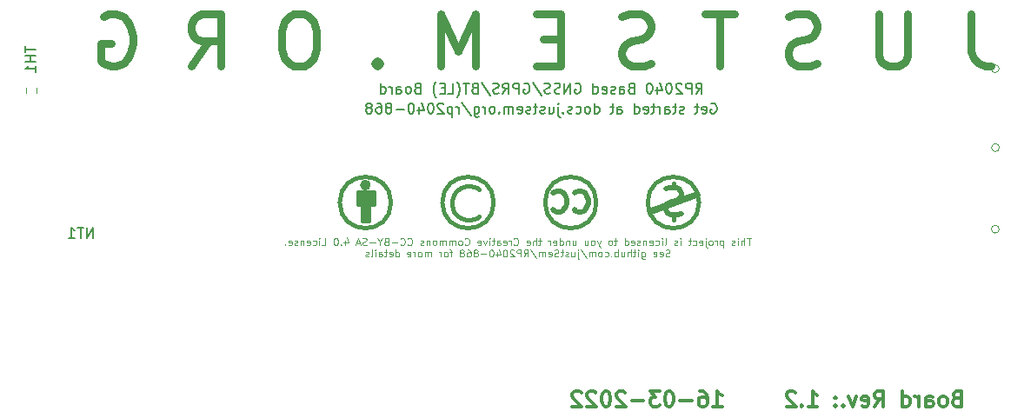
<source format=gbr>
%TF.GenerationSoftware,KiCad,Pcbnew,(6.0.2-0)*%
%TF.CreationDate,2022-03-16T22:47:49+01:00*%
%TF.ProjectId,RP2040GPSTracker,52503230-3430-4475-9053-547261636b65,rev?*%
%TF.SameCoordinates,PX4416780PY363af58*%
%TF.FileFunction,Legend,Bot*%
%TF.FilePolarity,Positive*%
%FSLAX46Y46*%
G04 Gerber Fmt 4.6, Leading zero omitted, Abs format (unit mm)*
G04 Created by KiCad (PCBNEW (6.0.2-0)) date 2022-03-16 22:47:49*
%MOMM*%
%LPD*%
G01*
G04 APERTURE LIST*
%ADD10C,0.800000*%
%ADD11C,0.150000*%
%ADD12C,0.100000*%
%ADD13C,0.300000*%
%ADD14C,0.500000*%
%ADD15C,0.400000*%
%ADD16C,0.120000*%
%ADD17C,0.384000*%
%ADD18C,0.381000*%
G04 APERTURE END LIST*
D10*
X92762619Y39413096D02*
X92762619Y35841667D01*
X93000714Y35127381D01*
X93476904Y34651191D01*
X94191190Y34413096D01*
X94667380Y34413096D01*
X86572142Y39413096D02*
X86572142Y35365477D01*
X86334047Y34889286D01*
X86095952Y34651191D01*
X85619761Y34413096D01*
X84667380Y34413096D01*
X84191190Y34651191D01*
X83953095Y34889286D01*
X83715000Y35365477D01*
X83715000Y39413096D01*
X77762619Y34651191D02*
X77048333Y34413096D01*
X75857857Y34413096D01*
X75381666Y34651191D01*
X75143571Y34889286D01*
X74905476Y35365477D01*
X74905476Y35841667D01*
X75143571Y36317858D01*
X75381666Y36555953D01*
X75857857Y36794048D01*
X76810238Y37032143D01*
X77286428Y37270239D01*
X77524523Y37508334D01*
X77762619Y37984524D01*
X77762619Y38460715D01*
X77524523Y38936905D01*
X77286428Y39175000D01*
X76810238Y39413096D01*
X75619761Y39413096D01*
X74905476Y39175000D01*
X69667380Y39413096D02*
X66810238Y39413096D01*
X68238809Y34413096D02*
X68238809Y39413096D01*
X61572142Y34651191D02*
X60857857Y34413096D01*
X59667380Y34413096D01*
X59191190Y34651191D01*
X58953095Y34889286D01*
X58715000Y35365477D01*
X58715000Y35841667D01*
X58953095Y36317858D01*
X59191190Y36555953D01*
X59667380Y36794048D01*
X60619761Y37032143D01*
X61095952Y37270239D01*
X61334047Y37508334D01*
X61572142Y37984524D01*
X61572142Y38460715D01*
X61334047Y38936905D01*
X61095952Y39175000D01*
X60619761Y39413096D01*
X59429285Y39413096D01*
X58715000Y39175000D01*
X52762619Y37032143D02*
X51095952Y37032143D01*
X50381666Y34413096D02*
X52762619Y34413096D01*
X52762619Y39413096D01*
X50381666Y39413096D01*
X44429285Y34413096D02*
X44429285Y39413096D01*
X42762619Y35841667D01*
X41095952Y39413096D01*
X41095952Y34413096D01*
X34905476Y34889286D02*
X34667380Y34651191D01*
X34905476Y34413096D01*
X35143571Y34651191D01*
X34905476Y34889286D01*
X34905476Y34413096D01*
X27762619Y39413096D02*
X26810238Y39413096D01*
X26334047Y39175000D01*
X25857857Y38698810D01*
X25619761Y37746429D01*
X25619761Y36079762D01*
X25857857Y35127381D01*
X26334047Y34651191D01*
X26810238Y34413096D01*
X27762619Y34413096D01*
X28238809Y34651191D01*
X28715000Y35127381D01*
X28953095Y36079762D01*
X28953095Y37746429D01*
X28715000Y38698810D01*
X28238809Y39175000D01*
X27762619Y39413096D01*
X16810238Y34413096D02*
X18476904Y36794048D01*
X19667380Y34413096D02*
X19667380Y39413096D01*
X17762619Y39413096D01*
X17286428Y39175000D01*
X17048333Y38936905D01*
X16810238Y38460715D01*
X16810238Y37746429D01*
X17048333Y37270239D01*
X17286428Y37032143D01*
X17762619Y36794048D01*
X19667380Y36794048D01*
X8238809Y39175000D02*
X8715000Y39413096D01*
X9429285Y39413096D01*
X10143571Y39175000D01*
X10619761Y38698810D01*
X10857857Y38222620D01*
X11095952Y37270239D01*
X11095952Y36555953D01*
X10857857Y35603572D01*
X10619761Y35127381D01*
X10143571Y34651191D01*
X9429285Y34413096D01*
X8953095Y34413096D01*
X8238809Y34651191D01*
X8000714Y34889286D01*
X8000714Y36555953D01*
X8953095Y36555953D01*
D11*
X67390000Y30700000D02*
X67485238Y30747620D01*
X67628095Y30747620D01*
X67770952Y30700000D01*
X67866190Y30604762D01*
X67913809Y30509524D01*
X67961428Y30319048D01*
X67961428Y30176191D01*
X67913809Y29985715D01*
X67866190Y29890477D01*
X67770952Y29795239D01*
X67628095Y29747620D01*
X67532857Y29747620D01*
X67390000Y29795239D01*
X67342380Y29842858D01*
X67342380Y30176191D01*
X67532857Y30176191D01*
X66532857Y29795239D02*
X66628095Y29747620D01*
X66818571Y29747620D01*
X66913809Y29795239D01*
X66961428Y29890477D01*
X66961428Y30271429D01*
X66913809Y30366667D01*
X66818571Y30414286D01*
X66628095Y30414286D01*
X66532857Y30366667D01*
X66485238Y30271429D01*
X66485238Y30176191D01*
X66961428Y30080953D01*
X66199523Y30414286D02*
X65818571Y30414286D01*
X66056666Y30747620D02*
X66056666Y29890477D01*
X66009047Y29795239D01*
X65913809Y29747620D01*
X65818571Y29747620D01*
X64770952Y29795239D02*
X64675714Y29747620D01*
X64485238Y29747620D01*
X64390000Y29795239D01*
X64342380Y29890477D01*
X64342380Y29938096D01*
X64390000Y30033334D01*
X64485238Y30080953D01*
X64628095Y30080953D01*
X64723333Y30128572D01*
X64770952Y30223810D01*
X64770952Y30271429D01*
X64723333Y30366667D01*
X64628095Y30414286D01*
X64485238Y30414286D01*
X64390000Y30366667D01*
X64056666Y30414286D02*
X63675714Y30414286D01*
X63913809Y30747620D02*
X63913809Y29890477D01*
X63866190Y29795239D01*
X63770952Y29747620D01*
X63675714Y29747620D01*
X62913809Y29747620D02*
X62913809Y30271429D01*
X62961428Y30366667D01*
X63056666Y30414286D01*
X63247142Y30414286D01*
X63342380Y30366667D01*
X62913809Y29795239D02*
X63009047Y29747620D01*
X63247142Y29747620D01*
X63342380Y29795239D01*
X63390000Y29890477D01*
X63390000Y29985715D01*
X63342380Y30080953D01*
X63247142Y30128572D01*
X63009047Y30128572D01*
X62913809Y30176191D01*
X62437619Y29747620D02*
X62437619Y30414286D01*
X62437619Y30223810D02*
X62390000Y30319048D01*
X62342380Y30366667D01*
X62247142Y30414286D01*
X62151904Y30414286D01*
X61961428Y30414286D02*
X61580476Y30414286D01*
X61818571Y30747620D02*
X61818571Y29890477D01*
X61770952Y29795239D01*
X61675714Y29747620D01*
X61580476Y29747620D01*
X60866190Y29795239D02*
X60961428Y29747620D01*
X61151904Y29747620D01*
X61247142Y29795239D01*
X61294761Y29890477D01*
X61294761Y30271429D01*
X61247142Y30366667D01*
X61151904Y30414286D01*
X60961428Y30414286D01*
X60866190Y30366667D01*
X60818571Y30271429D01*
X60818571Y30176191D01*
X61294761Y30080953D01*
X59961428Y29747620D02*
X59961428Y30747620D01*
X59961428Y29795239D02*
X60056666Y29747620D01*
X60247142Y29747620D01*
X60342380Y29795239D01*
X60390000Y29842858D01*
X60437619Y29938096D01*
X60437619Y30223810D01*
X60390000Y30319048D01*
X60342380Y30366667D01*
X60247142Y30414286D01*
X60056666Y30414286D01*
X59961428Y30366667D01*
X58294761Y29747620D02*
X58294761Y30271429D01*
X58342380Y30366667D01*
X58437619Y30414286D01*
X58628095Y30414286D01*
X58723333Y30366667D01*
X58294761Y29795239D02*
X58390000Y29747620D01*
X58628095Y29747620D01*
X58723333Y29795239D01*
X58770952Y29890477D01*
X58770952Y29985715D01*
X58723333Y30080953D01*
X58628095Y30128572D01*
X58390000Y30128572D01*
X58294761Y30176191D01*
X57961428Y30414286D02*
X57580476Y30414286D01*
X57818571Y30747620D02*
X57818571Y29890477D01*
X57770952Y29795239D01*
X57675714Y29747620D01*
X57580476Y29747620D01*
X56056666Y29747620D02*
X56056666Y30747620D01*
X56056666Y29795239D02*
X56151904Y29747620D01*
X56342380Y29747620D01*
X56437619Y29795239D01*
X56485238Y29842858D01*
X56532857Y29938096D01*
X56532857Y30223810D01*
X56485238Y30319048D01*
X56437619Y30366667D01*
X56342380Y30414286D01*
X56151904Y30414286D01*
X56056666Y30366667D01*
X55437619Y29747620D02*
X55532857Y29795239D01*
X55580476Y29842858D01*
X55628095Y29938096D01*
X55628095Y30223810D01*
X55580476Y30319048D01*
X55532857Y30366667D01*
X55437619Y30414286D01*
X55294761Y30414286D01*
X55199523Y30366667D01*
X55151904Y30319048D01*
X55104285Y30223810D01*
X55104285Y29938096D01*
X55151904Y29842858D01*
X55199523Y29795239D01*
X55294761Y29747620D01*
X55437619Y29747620D01*
X54247142Y29795239D02*
X54342380Y29747620D01*
X54532857Y29747620D01*
X54628095Y29795239D01*
X54675714Y29842858D01*
X54723333Y29938096D01*
X54723333Y30223810D01*
X54675714Y30319048D01*
X54628095Y30366667D01*
X54532857Y30414286D01*
X54342380Y30414286D01*
X54247142Y30366667D01*
X53866190Y29795239D02*
X53770952Y29747620D01*
X53580476Y29747620D01*
X53485238Y29795239D01*
X53437619Y29890477D01*
X53437619Y29938096D01*
X53485238Y30033334D01*
X53580476Y30080953D01*
X53723333Y30080953D01*
X53818571Y30128572D01*
X53866190Y30223810D01*
X53866190Y30271429D01*
X53818571Y30366667D01*
X53723333Y30414286D01*
X53580476Y30414286D01*
X53485238Y30366667D01*
X53009047Y29842858D02*
X52961428Y29795239D01*
X53009047Y29747620D01*
X53056666Y29795239D01*
X53009047Y29842858D01*
X53009047Y29747620D01*
X52532857Y30414286D02*
X52532857Y29557143D01*
X52580476Y29461905D01*
X52675714Y29414286D01*
X52723333Y29414286D01*
X52532857Y30747620D02*
X52580476Y30700000D01*
X52532857Y30652381D01*
X52485238Y30700000D01*
X52532857Y30747620D01*
X52532857Y30652381D01*
X51628095Y30414286D02*
X51628095Y29747620D01*
X52056666Y30414286D02*
X52056666Y29890477D01*
X52009047Y29795239D01*
X51913809Y29747620D01*
X51770952Y29747620D01*
X51675714Y29795239D01*
X51628095Y29842858D01*
X51199523Y29795239D02*
X51104285Y29747620D01*
X50913809Y29747620D01*
X50818571Y29795239D01*
X50770952Y29890477D01*
X50770952Y29938096D01*
X50818571Y30033334D01*
X50913809Y30080953D01*
X51056666Y30080953D01*
X51151904Y30128572D01*
X51199523Y30223810D01*
X51199523Y30271429D01*
X51151904Y30366667D01*
X51056666Y30414286D01*
X50913809Y30414286D01*
X50818571Y30366667D01*
X50485238Y30414286D02*
X50104285Y30414286D01*
X50342380Y30747620D02*
X50342380Y29890477D01*
X50294761Y29795239D01*
X50199523Y29747620D01*
X50104285Y29747620D01*
X49818571Y29795239D02*
X49723333Y29747620D01*
X49532857Y29747620D01*
X49437619Y29795239D01*
X49390000Y29890477D01*
X49390000Y29938096D01*
X49437619Y30033334D01*
X49532857Y30080953D01*
X49675714Y30080953D01*
X49770952Y30128572D01*
X49818571Y30223810D01*
X49818571Y30271429D01*
X49770952Y30366667D01*
X49675714Y30414286D01*
X49532857Y30414286D01*
X49437619Y30366667D01*
X48580476Y29795239D02*
X48675714Y29747620D01*
X48866190Y29747620D01*
X48961428Y29795239D01*
X49009047Y29890477D01*
X49009047Y30271429D01*
X48961428Y30366667D01*
X48866190Y30414286D01*
X48675714Y30414286D01*
X48580476Y30366667D01*
X48532857Y30271429D01*
X48532857Y30176191D01*
X49009047Y30080953D01*
X48104285Y29747620D02*
X48104285Y30414286D01*
X48104285Y30319048D02*
X48056666Y30366667D01*
X47961428Y30414286D01*
X47818571Y30414286D01*
X47723333Y30366667D01*
X47675714Y30271429D01*
X47675714Y29747620D01*
X47675714Y30271429D02*
X47628095Y30366667D01*
X47532857Y30414286D01*
X47390000Y30414286D01*
X47294761Y30366667D01*
X47247142Y30271429D01*
X47247142Y29747620D01*
X46770952Y29842858D02*
X46723333Y29795239D01*
X46770952Y29747620D01*
X46818571Y29795239D01*
X46770952Y29842858D01*
X46770952Y29747620D01*
X46151904Y29747620D02*
X46247142Y29795239D01*
X46294761Y29842858D01*
X46342380Y29938096D01*
X46342380Y30223810D01*
X46294761Y30319048D01*
X46247142Y30366667D01*
X46151904Y30414286D01*
X46009047Y30414286D01*
X45913809Y30366667D01*
X45866190Y30319048D01*
X45818571Y30223810D01*
X45818571Y29938096D01*
X45866190Y29842858D01*
X45913809Y29795239D01*
X46009047Y29747620D01*
X46151904Y29747620D01*
X45390000Y29747620D02*
X45390000Y30414286D01*
X45390000Y30223810D02*
X45342380Y30319048D01*
X45294761Y30366667D01*
X45199523Y30414286D01*
X45104285Y30414286D01*
X44342380Y30414286D02*
X44342380Y29604762D01*
X44390000Y29509524D01*
X44437619Y29461905D01*
X44532857Y29414286D01*
X44675714Y29414286D01*
X44770952Y29461905D01*
X44342380Y29795239D02*
X44437619Y29747620D01*
X44628095Y29747620D01*
X44723333Y29795239D01*
X44770952Y29842858D01*
X44818571Y29938096D01*
X44818571Y30223810D01*
X44770952Y30319048D01*
X44723333Y30366667D01*
X44628095Y30414286D01*
X44437619Y30414286D01*
X44342380Y30366667D01*
X43151904Y30795239D02*
X44009047Y29509524D01*
X42818571Y29747620D02*
X42818571Y30414286D01*
X42818571Y30223810D02*
X42770952Y30319048D01*
X42723333Y30366667D01*
X42628095Y30414286D01*
X42532857Y30414286D01*
X42199523Y30414286D02*
X42199523Y29414286D01*
X42199523Y30366667D02*
X42104285Y30414286D01*
X41913809Y30414286D01*
X41818571Y30366667D01*
X41770952Y30319048D01*
X41723333Y30223810D01*
X41723333Y29938096D01*
X41770952Y29842858D01*
X41818571Y29795239D01*
X41913809Y29747620D01*
X42104285Y29747620D01*
X42199523Y29795239D01*
X41342380Y30652381D02*
X41294761Y30700000D01*
X41199523Y30747620D01*
X40961428Y30747620D01*
X40866190Y30700000D01*
X40818571Y30652381D01*
X40770952Y30557143D01*
X40770952Y30461905D01*
X40818571Y30319048D01*
X41390000Y29747620D01*
X40770952Y29747620D01*
X40151904Y30747620D02*
X40056666Y30747620D01*
X39961428Y30700000D01*
X39913809Y30652381D01*
X39866190Y30557143D01*
X39818571Y30366667D01*
X39818571Y30128572D01*
X39866190Y29938096D01*
X39913809Y29842858D01*
X39961428Y29795239D01*
X40056666Y29747620D01*
X40151904Y29747620D01*
X40247142Y29795239D01*
X40294761Y29842858D01*
X40342380Y29938096D01*
X40390000Y30128572D01*
X40390000Y30366667D01*
X40342380Y30557143D01*
X40294761Y30652381D01*
X40247142Y30700000D01*
X40151904Y30747620D01*
X38961428Y30414286D02*
X38961428Y29747620D01*
X39199523Y30795239D02*
X39437619Y30080953D01*
X38818571Y30080953D01*
X38247142Y30747620D02*
X38151904Y30747620D01*
X38056666Y30700000D01*
X38009047Y30652381D01*
X37961428Y30557143D01*
X37913809Y30366667D01*
X37913809Y30128572D01*
X37961428Y29938096D01*
X38009047Y29842858D01*
X38056666Y29795239D01*
X38151904Y29747620D01*
X38247142Y29747620D01*
X38342380Y29795239D01*
X38390000Y29842858D01*
X38437619Y29938096D01*
X38485238Y30128572D01*
X38485238Y30366667D01*
X38437619Y30557143D01*
X38390000Y30652381D01*
X38342380Y30700000D01*
X38247142Y30747620D01*
X37485238Y30128572D02*
X36723333Y30128572D01*
X36104285Y30319048D02*
X36199523Y30366667D01*
X36247142Y30414286D01*
X36294761Y30509524D01*
X36294761Y30557143D01*
X36247142Y30652381D01*
X36199523Y30700000D01*
X36104285Y30747620D01*
X35913809Y30747620D01*
X35818571Y30700000D01*
X35770952Y30652381D01*
X35723333Y30557143D01*
X35723333Y30509524D01*
X35770952Y30414286D01*
X35818571Y30366667D01*
X35913809Y30319048D01*
X36104285Y30319048D01*
X36199523Y30271429D01*
X36247142Y30223810D01*
X36294761Y30128572D01*
X36294761Y29938096D01*
X36247142Y29842858D01*
X36199523Y29795239D01*
X36104285Y29747620D01*
X35913809Y29747620D01*
X35818571Y29795239D01*
X35770952Y29842858D01*
X35723333Y29938096D01*
X35723333Y30128572D01*
X35770952Y30223810D01*
X35818571Y30271429D01*
X35913809Y30319048D01*
X34866190Y30747620D02*
X35056666Y30747620D01*
X35151904Y30700000D01*
X35199523Y30652381D01*
X35294761Y30509524D01*
X35342380Y30319048D01*
X35342380Y29938096D01*
X35294761Y29842858D01*
X35247142Y29795239D01*
X35151904Y29747620D01*
X34961428Y29747620D01*
X34866190Y29795239D01*
X34818571Y29842858D01*
X34770952Y29938096D01*
X34770952Y30176191D01*
X34818571Y30271429D01*
X34866190Y30319048D01*
X34961428Y30366667D01*
X35151904Y30366667D01*
X35247142Y30319048D01*
X35294761Y30271429D01*
X35342380Y30176191D01*
X34199523Y30319048D02*
X34294761Y30366667D01*
X34342380Y30414286D01*
X34390000Y30509524D01*
X34390000Y30557143D01*
X34342380Y30652381D01*
X34294761Y30700000D01*
X34199523Y30747620D01*
X34009047Y30747620D01*
X33913809Y30700000D01*
X33866190Y30652381D01*
X33818571Y30557143D01*
X33818571Y30509524D01*
X33866190Y30414286D01*
X33913809Y30366667D01*
X34009047Y30319048D01*
X34199523Y30319048D01*
X34294761Y30271429D01*
X34342380Y30223810D01*
X34390000Y30128572D01*
X34390000Y29938096D01*
X34342380Y29842858D01*
X34294761Y29795239D01*
X34199523Y29747620D01*
X34009047Y29747620D01*
X33913809Y29795239D01*
X33866190Y29842858D01*
X33818571Y29938096D01*
X33818571Y30128572D01*
X33866190Y30223810D01*
X33913809Y30271429D01*
X34009047Y30319048D01*
D12*
X71298333Y17621834D02*
X70898333Y17621834D01*
X71098333Y16921834D02*
X71098333Y17621834D01*
X70665000Y16921834D02*
X70665000Y17621834D01*
X70365000Y16921834D02*
X70365000Y17288500D01*
X70398333Y17355167D01*
X70465000Y17388500D01*
X70565000Y17388500D01*
X70631666Y17355167D01*
X70665000Y17321834D01*
X70031666Y16921834D02*
X70031666Y17388500D01*
X70031666Y17621834D02*
X70064999Y17588500D01*
X70031666Y17555167D01*
X69998333Y17588500D01*
X70031666Y17621834D01*
X70031666Y17555167D01*
X69731666Y16955167D02*
X69664999Y16921834D01*
X69531666Y16921834D01*
X69464999Y16955167D01*
X69431666Y17021834D01*
X69431666Y17055167D01*
X69464999Y17121834D01*
X69531666Y17155167D01*
X69631666Y17155167D01*
X69698333Y17188500D01*
X69731666Y17255167D01*
X69731666Y17288500D01*
X69698333Y17355167D01*
X69631666Y17388500D01*
X69531666Y17388500D01*
X69464999Y17355167D01*
X68598333Y17388500D02*
X68598333Y16688500D01*
X68598333Y17355167D02*
X68531666Y17388500D01*
X68398333Y17388500D01*
X68331666Y17355167D01*
X68298333Y17321834D01*
X68264999Y17255167D01*
X68264999Y17055167D01*
X68298333Y16988500D01*
X68331666Y16955167D01*
X68398333Y16921834D01*
X68531666Y16921834D01*
X68598333Y16955167D01*
X67964999Y16921834D02*
X67964999Y17388500D01*
X67964999Y17255167D02*
X67931666Y17321834D01*
X67898333Y17355167D01*
X67831666Y17388500D01*
X67764999Y17388500D01*
X67431666Y16921834D02*
X67498333Y16955167D01*
X67531666Y16988500D01*
X67564999Y17055167D01*
X67564999Y17255167D01*
X67531666Y17321834D01*
X67498333Y17355167D01*
X67431666Y17388500D01*
X67331666Y17388500D01*
X67264999Y17355167D01*
X67231666Y17321834D01*
X67198333Y17255167D01*
X67198333Y17055167D01*
X67231666Y16988500D01*
X67264999Y16955167D01*
X67331666Y16921834D01*
X67431666Y16921834D01*
X66898333Y17388500D02*
X66898333Y16788500D01*
X66931666Y16721834D01*
X66998333Y16688500D01*
X67031666Y16688500D01*
X66898333Y17621834D02*
X66931666Y17588500D01*
X66898333Y17555167D01*
X66864999Y17588500D01*
X66898333Y17621834D01*
X66898333Y17555167D01*
X66298333Y16955167D02*
X66364999Y16921834D01*
X66498333Y16921834D01*
X66564999Y16955167D01*
X66598333Y17021834D01*
X66598333Y17288500D01*
X66564999Y17355167D01*
X66498333Y17388500D01*
X66364999Y17388500D01*
X66298333Y17355167D01*
X66264999Y17288500D01*
X66264999Y17221834D01*
X66598333Y17155167D01*
X65664999Y16955167D02*
X65731666Y16921834D01*
X65864999Y16921834D01*
X65931666Y16955167D01*
X65964999Y16988500D01*
X65998333Y17055167D01*
X65998333Y17255167D01*
X65964999Y17321834D01*
X65931666Y17355167D01*
X65864999Y17388500D01*
X65731666Y17388500D01*
X65664999Y17355167D01*
X65464999Y17388500D02*
X65198333Y17388500D01*
X65364999Y17621834D02*
X65364999Y17021834D01*
X65331666Y16955167D01*
X65264999Y16921834D01*
X65198333Y16921834D01*
X64431666Y16921834D02*
X64431666Y17388500D01*
X64431666Y17621834D02*
X64464999Y17588500D01*
X64431666Y17555167D01*
X64398333Y17588500D01*
X64431666Y17621834D01*
X64431666Y17555167D01*
X64131666Y16955167D02*
X64064999Y16921834D01*
X63931666Y16921834D01*
X63864999Y16955167D01*
X63831666Y17021834D01*
X63831666Y17055167D01*
X63864999Y17121834D01*
X63931666Y17155167D01*
X64031666Y17155167D01*
X64098333Y17188500D01*
X64131666Y17255167D01*
X64131666Y17288500D01*
X64098333Y17355167D01*
X64031666Y17388500D01*
X63931666Y17388500D01*
X63864999Y17355167D01*
X62898333Y16921834D02*
X62964999Y16955167D01*
X62998333Y17021834D01*
X62998333Y17621834D01*
X62631666Y16921834D02*
X62631666Y17388500D01*
X62631666Y17621834D02*
X62664999Y17588500D01*
X62631666Y17555167D01*
X62598333Y17588500D01*
X62631666Y17621834D01*
X62631666Y17555167D01*
X61998333Y16955167D02*
X62064999Y16921834D01*
X62198333Y16921834D01*
X62264999Y16955167D01*
X62298333Y16988500D01*
X62331666Y17055167D01*
X62331666Y17255167D01*
X62298333Y17321834D01*
X62264999Y17355167D01*
X62198333Y17388500D01*
X62064999Y17388500D01*
X61998333Y17355167D01*
X61431666Y16955167D02*
X61498333Y16921834D01*
X61631666Y16921834D01*
X61698333Y16955167D01*
X61731666Y17021834D01*
X61731666Y17288500D01*
X61698333Y17355167D01*
X61631666Y17388500D01*
X61498333Y17388500D01*
X61431666Y17355167D01*
X61398333Y17288500D01*
X61398333Y17221834D01*
X61731666Y17155167D01*
X61098333Y17388500D02*
X61098333Y16921834D01*
X61098333Y17321834D02*
X61064999Y17355167D01*
X60998333Y17388500D01*
X60898333Y17388500D01*
X60831666Y17355167D01*
X60798333Y17288500D01*
X60798333Y16921834D01*
X60498333Y16955167D02*
X60431666Y16921834D01*
X60298333Y16921834D01*
X60231666Y16955167D01*
X60198333Y17021834D01*
X60198333Y17055167D01*
X60231666Y17121834D01*
X60298333Y17155167D01*
X60398333Y17155167D01*
X60464999Y17188500D01*
X60498333Y17255167D01*
X60498333Y17288500D01*
X60464999Y17355167D01*
X60398333Y17388500D01*
X60298333Y17388500D01*
X60231666Y17355167D01*
X59631666Y16955167D02*
X59698333Y16921834D01*
X59831666Y16921834D01*
X59898333Y16955167D01*
X59931666Y17021834D01*
X59931666Y17288500D01*
X59898333Y17355167D01*
X59831666Y17388500D01*
X59698333Y17388500D01*
X59631666Y17355167D01*
X59598333Y17288500D01*
X59598333Y17221834D01*
X59931666Y17155167D01*
X58998333Y16921834D02*
X58998333Y17621834D01*
X58998333Y16955167D02*
X59064999Y16921834D01*
X59198333Y16921834D01*
X59264999Y16955167D01*
X59298333Y16988500D01*
X59331666Y17055167D01*
X59331666Y17255167D01*
X59298333Y17321834D01*
X59264999Y17355167D01*
X59198333Y17388500D01*
X59064999Y17388500D01*
X58998333Y17355167D01*
X58231666Y17388500D02*
X57964999Y17388500D01*
X58131666Y17621834D02*
X58131666Y17021834D01*
X58098333Y16955167D01*
X58031666Y16921834D01*
X57964999Y16921834D01*
X57631666Y16921834D02*
X57698333Y16955167D01*
X57731666Y16988500D01*
X57764999Y17055167D01*
X57764999Y17255167D01*
X57731666Y17321834D01*
X57698333Y17355167D01*
X57631666Y17388500D01*
X57531666Y17388500D01*
X57464999Y17355167D01*
X57431666Y17321834D01*
X57398333Y17255167D01*
X57398333Y17055167D01*
X57431666Y16988500D01*
X57464999Y16955167D01*
X57531666Y16921834D01*
X57631666Y16921834D01*
X56631666Y17388500D02*
X56464999Y16921834D01*
X56298333Y17388500D02*
X56464999Y16921834D01*
X56531666Y16755167D01*
X56564999Y16721834D01*
X56631666Y16688500D01*
X55931666Y16921834D02*
X55998333Y16955167D01*
X56031666Y16988500D01*
X56064999Y17055167D01*
X56064999Y17255167D01*
X56031666Y17321834D01*
X55998333Y17355167D01*
X55931666Y17388500D01*
X55831666Y17388500D01*
X55764999Y17355167D01*
X55731666Y17321834D01*
X55698333Y17255167D01*
X55698333Y17055167D01*
X55731666Y16988500D01*
X55764999Y16955167D01*
X55831666Y16921834D01*
X55931666Y16921834D01*
X55098333Y17388500D02*
X55098333Y16921834D01*
X55398333Y17388500D02*
X55398333Y17021834D01*
X55364999Y16955167D01*
X55298333Y16921834D01*
X55198333Y16921834D01*
X55131666Y16955167D01*
X55098333Y16988500D01*
X53931666Y17388500D02*
X53931666Y16921834D01*
X54231666Y17388500D02*
X54231666Y17021834D01*
X54198333Y16955167D01*
X54131666Y16921834D01*
X54031666Y16921834D01*
X53964999Y16955167D01*
X53931666Y16988500D01*
X53598333Y17388500D02*
X53598333Y16921834D01*
X53598333Y17321834D02*
X53564999Y17355167D01*
X53498333Y17388500D01*
X53398333Y17388500D01*
X53331666Y17355167D01*
X53298333Y17288500D01*
X53298333Y16921834D01*
X52664999Y16921834D02*
X52664999Y17621834D01*
X52664999Y16955167D02*
X52731666Y16921834D01*
X52864999Y16921834D01*
X52931666Y16955167D01*
X52964999Y16988500D01*
X52998333Y17055167D01*
X52998333Y17255167D01*
X52964999Y17321834D01*
X52931666Y17355167D01*
X52864999Y17388500D01*
X52731666Y17388500D01*
X52664999Y17355167D01*
X52064999Y16955167D02*
X52131666Y16921834D01*
X52264999Y16921834D01*
X52331666Y16955167D01*
X52364999Y17021834D01*
X52364999Y17288500D01*
X52331666Y17355167D01*
X52264999Y17388500D01*
X52131666Y17388500D01*
X52064999Y17355167D01*
X52031666Y17288500D01*
X52031666Y17221834D01*
X52364999Y17155167D01*
X51731666Y16921834D02*
X51731666Y17388500D01*
X51731666Y17255167D02*
X51698333Y17321834D01*
X51664999Y17355167D01*
X51598333Y17388500D01*
X51531666Y17388500D01*
X50864999Y17388500D02*
X50598333Y17388500D01*
X50764999Y17621834D02*
X50764999Y17021834D01*
X50731666Y16955167D01*
X50664999Y16921834D01*
X50598333Y16921834D01*
X50364999Y16921834D02*
X50364999Y17621834D01*
X50064999Y16921834D02*
X50064999Y17288500D01*
X50098333Y17355167D01*
X50164999Y17388500D01*
X50264999Y17388500D01*
X50331666Y17355167D01*
X50364999Y17321834D01*
X49464999Y16955167D02*
X49531666Y16921834D01*
X49664999Y16921834D01*
X49731666Y16955167D01*
X49764999Y17021834D01*
X49764999Y17288500D01*
X49731666Y17355167D01*
X49664999Y17388500D01*
X49531666Y17388500D01*
X49464999Y17355167D01*
X49431666Y17288500D01*
X49431666Y17221834D01*
X49764999Y17155167D01*
X48198333Y16988500D02*
X48231666Y16955167D01*
X48331666Y16921834D01*
X48398333Y16921834D01*
X48498333Y16955167D01*
X48564999Y17021834D01*
X48598333Y17088500D01*
X48631666Y17221834D01*
X48631666Y17321834D01*
X48598333Y17455167D01*
X48564999Y17521834D01*
X48498333Y17588500D01*
X48398333Y17621834D01*
X48331666Y17621834D01*
X48231666Y17588500D01*
X48198333Y17555167D01*
X47898333Y16921834D02*
X47898333Y17388500D01*
X47898333Y17255167D02*
X47864999Y17321834D01*
X47831666Y17355167D01*
X47764999Y17388500D01*
X47698333Y17388500D01*
X47198333Y16955167D02*
X47264999Y16921834D01*
X47398333Y16921834D01*
X47464999Y16955167D01*
X47498333Y17021834D01*
X47498333Y17288500D01*
X47464999Y17355167D01*
X47398333Y17388500D01*
X47264999Y17388500D01*
X47198333Y17355167D01*
X47164999Y17288500D01*
X47164999Y17221834D01*
X47498333Y17155167D01*
X46564999Y16921834D02*
X46564999Y17288500D01*
X46598333Y17355167D01*
X46664999Y17388500D01*
X46798333Y17388500D01*
X46864999Y17355167D01*
X46564999Y16955167D02*
X46631666Y16921834D01*
X46798333Y16921834D01*
X46864999Y16955167D01*
X46898333Y17021834D01*
X46898333Y17088500D01*
X46864999Y17155167D01*
X46798333Y17188500D01*
X46631666Y17188500D01*
X46564999Y17221834D01*
X46331666Y17388500D02*
X46064999Y17388500D01*
X46231666Y17621834D02*
X46231666Y17021834D01*
X46198333Y16955167D01*
X46131666Y16921834D01*
X46064999Y16921834D01*
X45831666Y16921834D02*
X45831666Y17388500D01*
X45831666Y17621834D02*
X45864999Y17588500D01*
X45831666Y17555167D01*
X45798333Y17588500D01*
X45831666Y17621834D01*
X45831666Y17555167D01*
X45564999Y17388500D02*
X45398333Y16921834D01*
X45231666Y17388500D01*
X44698333Y16955167D02*
X44764999Y16921834D01*
X44898333Y16921834D01*
X44964999Y16955167D01*
X44998333Y17021834D01*
X44998333Y17288500D01*
X44964999Y17355167D01*
X44898333Y17388500D01*
X44764999Y17388500D01*
X44698333Y17355167D01*
X44664999Y17288500D01*
X44664999Y17221834D01*
X44998333Y17155167D01*
X43431666Y16988500D02*
X43464999Y16955167D01*
X43564999Y16921834D01*
X43631666Y16921834D01*
X43731666Y16955167D01*
X43798333Y17021834D01*
X43831666Y17088500D01*
X43864999Y17221834D01*
X43864999Y17321834D01*
X43831666Y17455167D01*
X43798333Y17521834D01*
X43731666Y17588500D01*
X43631666Y17621834D01*
X43564999Y17621834D01*
X43464999Y17588500D01*
X43431666Y17555167D01*
X43031666Y16921834D02*
X43098333Y16955167D01*
X43131666Y16988500D01*
X43164999Y17055167D01*
X43164999Y17255167D01*
X43131666Y17321834D01*
X43098333Y17355167D01*
X43031666Y17388500D01*
X42931666Y17388500D01*
X42864999Y17355167D01*
X42831666Y17321834D01*
X42798333Y17255167D01*
X42798333Y17055167D01*
X42831666Y16988500D01*
X42864999Y16955167D01*
X42931666Y16921834D01*
X43031666Y16921834D01*
X42498333Y16921834D02*
X42498333Y17388500D01*
X42498333Y17321834D02*
X42464999Y17355167D01*
X42398333Y17388500D01*
X42298333Y17388500D01*
X42231666Y17355167D01*
X42198333Y17288500D01*
X42198333Y16921834D01*
X42198333Y17288500D02*
X42164999Y17355167D01*
X42098333Y17388500D01*
X41998333Y17388500D01*
X41931666Y17355167D01*
X41898333Y17288500D01*
X41898333Y16921834D01*
X41564999Y16921834D02*
X41564999Y17388500D01*
X41564999Y17321834D02*
X41531666Y17355167D01*
X41464999Y17388500D01*
X41364999Y17388500D01*
X41298333Y17355167D01*
X41264999Y17288500D01*
X41264999Y16921834D01*
X41264999Y17288500D02*
X41231666Y17355167D01*
X41164999Y17388500D01*
X41064999Y17388500D01*
X40998333Y17355167D01*
X40964999Y17288500D01*
X40964999Y16921834D01*
X40531666Y16921834D02*
X40598333Y16955167D01*
X40631666Y16988500D01*
X40664999Y17055167D01*
X40664999Y17255167D01*
X40631666Y17321834D01*
X40598333Y17355167D01*
X40531666Y17388500D01*
X40431666Y17388500D01*
X40364999Y17355167D01*
X40331666Y17321834D01*
X40298333Y17255167D01*
X40298333Y17055167D01*
X40331666Y16988500D01*
X40364999Y16955167D01*
X40431666Y16921834D01*
X40531666Y16921834D01*
X39998333Y17388500D02*
X39998333Y16921834D01*
X39998333Y17321834D02*
X39964999Y17355167D01*
X39898333Y17388500D01*
X39798333Y17388500D01*
X39731666Y17355167D01*
X39698333Y17288500D01*
X39698333Y16921834D01*
X39398333Y16955167D02*
X39331666Y16921834D01*
X39198333Y16921834D01*
X39131666Y16955167D01*
X39098333Y17021834D01*
X39098333Y17055167D01*
X39131666Y17121834D01*
X39198333Y17155167D01*
X39298333Y17155167D01*
X39364999Y17188500D01*
X39398333Y17255167D01*
X39398333Y17288500D01*
X39364999Y17355167D01*
X39298333Y17388500D01*
X39198333Y17388500D01*
X39131666Y17355167D01*
X37864999Y16988500D02*
X37898333Y16955167D01*
X37998333Y16921834D01*
X38064999Y16921834D01*
X38164999Y16955167D01*
X38231666Y17021834D01*
X38264999Y17088500D01*
X38298333Y17221834D01*
X38298333Y17321834D01*
X38264999Y17455167D01*
X38231666Y17521834D01*
X38164999Y17588500D01*
X38064999Y17621834D01*
X37998333Y17621834D01*
X37898333Y17588500D01*
X37864999Y17555167D01*
X37164999Y16988500D02*
X37198333Y16955167D01*
X37298333Y16921834D01*
X37364999Y16921834D01*
X37464999Y16955167D01*
X37531666Y17021834D01*
X37564999Y17088500D01*
X37598333Y17221834D01*
X37598333Y17321834D01*
X37564999Y17455167D01*
X37531666Y17521834D01*
X37464999Y17588500D01*
X37364999Y17621834D01*
X37298333Y17621834D01*
X37198333Y17588500D01*
X37164999Y17555167D01*
X36864999Y17188500D02*
X36331666Y17188500D01*
X35764999Y17288500D02*
X35664999Y17255167D01*
X35631666Y17221834D01*
X35598333Y17155167D01*
X35598333Y17055167D01*
X35631666Y16988500D01*
X35664999Y16955167D01*
X35731666Y16921834D01*
X35998333Y16921834D01*
X35998333Y17621834D01*
X35764999Y17621834D01*
X35698333Y17588500D01*
X35664999Y17555167D01*
X35631666Y17488500D01*
X35631666Y17421834D01*
X35664999Y17355167D01*
X35698333Y17321834D01*
X35764999Y17288500D01*
X35998333Y17288500D01*
X35164999Y17255167D02*
X35164999Y16921834D01*
X35398333Y17621834D02*
X35164999Y17255167D01*
X34931666Y17621834D01*
X34698333Y17188500D02*
X34164999Y17188500D01*
X33864999Y16955167D02*
X33764999Y16921834D01*
X33598333Y16921834D01*
X33531666Y16955167D01*
X33498333Y16988500D01*
X33464999Y17055167D01*
X33464999Y17121834D01*
X33498333Y17188500D01*
X33531666Y17221834D01*
X33598333Y17255167D01*
X33731666Y17288500D01*
X33798333Y17321834D01*
X33831666Y17355167D01*
X33864999Y17421834D01*
X33864999Y17488500D01*
X33831666Y17555167D01*
X33798333Y17588500D01*
X33731666Y17621834D01*
X33564999Y17621834D01*
X33464999Y17588500D01*
X33198333Y17121834D02*
X32864999Y17121834D01*
X33264999Y16921834D02*
X33031666Y17621834D01*
X32798333Y16921834D01*
X31731666Y17388500D02*
X31731666Y16921834D01*
X31898333Y17655167D02*
X32064999Y17155167D01*
X31631666Y17155167D01*
X31364999Y16988500D02*
X31331666Y16955167D01*
X31364999Y16921834D01*
X31398333Y16955167D01*
X31364999Y16988500D01*
X31364999Y16921834D01*
X30898333Y17621834D02*
X30831666Y17621834D01*
X30764999Y17588500D01*
X30731666Y17555167D01*
X30698333Y17488500D01*
X30664999Y17355167D01*
X30664999Y17188500D01*
X30698333Y17055167D01*
X30731666Y16988500D01*
X30764999Y16955167D01*
X30831666Y16921834D01*
X30898333Y16921834D01*
X30964999Y16955167D01*
X30998333Y16988500D01*
X31031666Y17055167D01*
X31064999Y17188500D01*
X31064999Y17355167D01*
X31031666Y17488500D01*
X30998333Y17555167D01*
X30964999Y17588500D01*
X30898333Y17621834D01*
X29498333Y16921834D02*
X29831666Y16921834D01*
X29831666Y17621834D01*
X29264999Y16921834D02*
X29264999Y17388500D01*
X29264999Y17621834D02*
X29298333Y17588500D01*
X29264999Y17555167D01*
X29231666Y17588500D01*
X29264999Y17621834D01*
X29264999Y17555167D01*
X28631666Y16955167D02*
X28698333Y16921834D01*
X28831666Y16921834D01*
X28898333Y16955167D01*
X28931666Y16988500D01*
X28964999Y17055167D01*
X28964999Y17255167D01*
X28931666Y17321834D01*
X28898333Y17355167D01*
X28831666Y17388500D01*
X28698333Y17388500D01*
X28631666Y17355167D01*
X28064999Y16955167D02*
X28131666Y16921834D01*
X28264999Y16921834D01*
X28331666Y16955167D01*
X28364999Y17021834D01*
X28364999Y17288500D01*
X28331666Y17355167D01*
X28264999Y17388500D01*
X28131666Y17388500D01*
X28064999Y17355167D01*
X28031666Y17288500D01*
X28031666Y17221834D01*
X28364999Y17155167D01*
X27731666Y17388500D02*
X27731666Y16921834D01*
X27731666Y17321834D02*
X27698333Y17355167D01*
X27631666Y17388500D01*
X27531666Y17388500D01*
X27464999Y17355167D01*
X27431666Y17288500D01*
X27431666Y16921834D01*
X27131666Y16955167D02*
X27064999Y16921834D01*
X26931666Y16921834D01*
X26864999Y16955167D01*
X26831666Y17021834D01*
X26831666Y17055167D01*
X26864999Y17121834D01*
X26931666Y17155167D01*
X27031666Y17155167D01*
X27098333Y17188500D01*
X27131666Y17255167D01*
X27131666Y17288500D01*
X27098333Y17355167D01*
X27031666Y17388500D01*
X26931666Y17388500D01*
X26864999Y17355167D01*
X26264999Y16955167D02*
X26331666Y16921834D01*
X26464999Y16921834D01*
X26531666Y16955167D01*
X26564999Y17021834D01*
X26564999Y17288500D01*
X26531666Y17355167D01*
X26464999Y17388500D01*
X26331666Y17388500D01*
X26264999Y17355167D01*
X26231666Y17288500D01*
X26231666Y17221834D01*
X26564999Y17155167D01*
X25931666Y16988500D02*
X25898333Y16955167D01*
X25931666Y16921834D01*
X25964999Y16955167D01*
X25931666Y16988500D01*
X25931666Y16921834D01*
X63381666Y15828167D02*
X63281666Y15794834D01*
X63115000Y15794834D01*
X63048333Y15828167D01*
X63015000Y15861500D01*
X62981666Y15928167D01*
X62981666Y15994834D01*
X63015000Y16061500D01*
X63048333Y16094834D01*
X63115000Y16128167D01*
X63248333Y16161500D01*
X63315000Y16194834D01*
X63348333Y16228167D01*
X63381666Y16294834D01*
X63381666Y16361500D01*
X63348333Y16428167D01*
X63315000Y16461500D01*
X63248333Y16494834D01*
X63081666Y16494834D01*
X62981666Y16461500D01*
X62415000Y15828167D02*
X62481666Y15794834D01*
X62615000Y15794834D01*
X62681666Y15828167D01*
X62715000Y15894834D01*
X62715000Y16161500D01*
X62681666Y16228167D01*
X62615000Y16261500D01*
X62481666Y16261500D01*
X62415000Y16228167D01*
X62381666Y16161500D01*
X62381666Y16094834D01*
X62715000Y16028167D01*
X61815000Y15828167D02*
X61881666Y15794834D01*
X62015000Y15794834D01*
X62081666Y15828167D01*
X62115000Y15894834D01*
X62115000Y16161500D01*
X62081666Y16228167D01*
X62015000Y16261500D01*
X61881666Y16261500D01*
X61815000Y16228167D01*
X61781666Y16161500D01*
X61781666Y16094834D01*
X62115000Y16028167D01*
X60648333Y16261500D02*
X60648333Y15694834D01*
X60681666Y15628167D01*
X60715000Y15594834D01*
X60781666Y15561500D01*
X60881666Y15561500D01*
X60948333Y15594834D01*
X60648333Y15828167D02*
X60715000Y15794834D01*
X60848333Y15794834D01*
X60915000Y15828167D01*
X60948333Y15861500D01*
X60981666Y15928167D01*
X60981666Y16128167D01*
X60948333Y16194834D01*
X60915000Y16228167D01*
X60848333Y16261500D01*
X60715000Y16261500D01*
X60648333Y16228167D01*
X60315000Y15794834D02*
X60315000Y16261500D01*
X60315000Y16494834D02*
X60348333Y16461500D01*
X60315000Y16428167D01*
X60281666Y16461500D01*
X60315000Y16494834D01*
X60315000Y16428167D01*
X60081666Y16261500D02*
X59815000Y16261500D01*
X59981666Y16494834D02*
X59981666Y15894834D01*
X59948333Y15828167D01*
X59881666Y15794834D01*
X59815000Y15794834D01*
X59581666Y15794834D02*
X59581666Y16494834D01*
X59281666Y15794834D02*
X59281666Y16161500D01*
X59315000Y16228167D01*
X59381666Y16261500D01*
X59481666Y16261500D01*
X59548333Y16228167D01*
X59581666Y16194834D01*
X58648333Y16261500D02*
X58648333Y15794834D01*
X58948333Y16261500D02*
X58948333Y15894834D01*
X58915000Y15828167D01*
X58848333Y15794834D01*
X58748333Y15794834D01*
X58681666Y15828167D01*
X58648333Y15861500D01*
X58315000Y15794834D02*
X58315000Y16494834D01*
X58315000Y16228167D02*
X58248333Y16261500D01*
X58115000Y16261500D01*
X58048333Y16228167D01*
X58015000Y16194834D01*
X57981666Y16128167D01*
X57981666Y15928167D01*
X58015000Y15861500D01*
X58048333Y15828167D01*
X58115000Y15794834D01*
X58248333Y15794834D01*
X58315000Y15828167D01*
X57681666Y15861500D02*
X57648333Y15828167D01*
X57681666Y15794834D01*
X57715000Y15828167D01*
X57681666Y15861500D01*
X57681666Y15794834D01*
X57048333Y15828167D02*
X57115000Y15794834D01*
X57248333Y15794834D01*
X57315000Y15828167D01*
X57348333Y15861500D01*
X57381666Y15928167D01*
X57381666Y16128167D01*
X57348333Y16194834D01*
X57315000Y16228167D01*
X57248333Y16261500D01*
X57115000Y16261500D01*
X57048333Y16228167D01*
X56648333Y15794834D02*
X56715000Y15828167D01*
X56748333Y15861500D01*
X56781666Y15928167D01*
X56781666Y16128167D01*
X56748333Y16194834D01*
X56715000Y16228167D01*
X56648333Y16261500D01*
X56548333Y16261500D01*
X56481666Y16228167D01*
X56448333Y16194834D01*
X56415000Y16128167D01*
X56415000Y15928167D01*
X56448333Y15861500D01*
X56481666Y15828167D01*
X56548333Y15794834D01*
X56648333Y15794834D01*
X56115000Y15794834D02*
X56115000Y16261500D01*
X56115000Y16194834D02*
X56081666Y16228167D01*
X56015000Y16261500D01*
X55915000Y16261500D01*
X55848333Y16228167D01*
X55815000Y16161500D01*
X55815000Y15794834D01*
X55815000Y16161500D02*
X55781666Y16228167D01*
X55715000Y16261500D01*
X55615000Y16261500D01*
X55548333Y16228167D01*
X55515000Y16161500D01*
X55515000Y15794834D01*
X54681666Y16528167D02*
X55281666Y15628167D01*
X54448333Y16261500D02*
X54448333Y15661500D01*
X54481666Y15594834D01*
X54548333Y15561500D01*
X54581666Y15561500D01*
X54448333Y16494834D02*
X54481666Y16461500D01*
X54448333Y16428167D01*
X54415000Y16461500D01*
X54448333Y16494834D01*
X54448333Y16428167D01*
X53815000Y16261500D02*
X53815000Y15794834D01*
X54115000Y16261500D02*
X54115000Y15894834D01*
X54081666Y15828167D01*
X54015000Y15794834D01*
X53915000Y15794834D01*
X53848333Y15828167D01*
X53815000Y15861500D01*
X53515000Y15828167D02*
X53448333Y15794834D01*
X53315000Y15794834D01*
X53248333Y15828167D01*
X53215000Y15894834D01*
X53215000Y15928167D01*
X53248333Y15994834D01*
X53315000Y16028167D01*
X53415000Y16028167D01*
X53481666Y16061500D01*
X53515000Y16128167D01*
X53515000Y16161500D01*
X53481666Y16228167D01*
X53415000Y16261500D01*
X53315000Y16261500D01*
X53248333Y16228167D01*
X53015000Y16261500D02*
X52748333Y16261500D01*
X52915000Y16494834D02*
X52915000Y15894834D01*
X52881666Y15828167D01*
X52815000Y15794834D01*
X52748333Y15794834D01*
X52548333Y15828167D02*
X52448333Y15794834D01*
X52281666Y15794834D01*
X52215000Y15828167D01*
X52181666Y15861500D01*
X52148333Y15928167D01*
X52148333Y15994834D01*
X52181666Y16061500D01*
X52215000Y16094834D01*
X52281666Y16128167D01*
X52415000Y16161500D01*
X52481666Y16194834D01*
X52515000Y16228167D01*
X52548333Y16294834D01*
X52548333Y16361500D01*
X52515000Y16428167D01*
X52481666Y16461500D01*
X52415000Y16494834D01*
X52248333Y16494834D01*
X52148333Y16461500D01*
X51581666Y15828167D02*
X51648333Y15794834D01*
X51781666Y15794834D01*
X51848333Y15828167D01*
X51881666Y15894834D01*
X51881666Y16161500D01*
X51848333Y16228167D01*
X51781666Y16261500D01*
X51648333Y16261500D01*
X51581666Y16228167D01*
X51548333Y16161500D01*
X51548333Y16094834D01*
X51881666Y16028167D01*
X51248333Y15794834D02*
X51248333Y16261500D01*
X51248333Y16194834D02*
X51215000Y16228167D01*
X51148333Y16261500D01*
X51048333Y16261500D01*
X50981666Y16228167D01*
X50948333Y16161500D01*
X50948333Y15794834D01*
X50948333Y16161500D02*
X50915000Y16228167D01*
X50848333Y16261500D01*
X50748333Y16261500D01*
X50681666Y16228167D01*
X50648333Y16161500D01*
X50648333Y15794834D01*
X49815000Y16528167D02*
X50415000Y15628167D01*
X49181666Y15794834D02*
X49415000Y16128167D01*
X49581666Y15794834D02*
X49581666Y16494834D01*
X49315000Y16494834D01*
X49248333Y16461500D01*
X49215000Y16428167D01*
X49181666Y16361500D01*
X49181666Y16261500D01*
X49215000Y16194834D01*
X49248333Y16161500D01*
X49315000Y16128167D01*
X49581666Y16128167D01*
X48881666Y15794834D02*
X48881666Y16494834D01*
X48615000Y16494834D01*
X48548333Y16461500D01*
X48515000Y16428167D01*
X48481666Y16361500D01*
X48481666Y16261500D01*
X48515000Y16194834D01*
X48548333Y16161500D01*
X48615000Y16128167D01*
X48881666Y16128167D01*
X48215000Y16428167D02*
X48181666Y16461500D01*
X48115000Y16494834D01*
X47948333Y16494834D01*
X47881666Y16461500D01*
X47848333Y16428167D01*
X47815000Y16361500D01*
X47815000Y16294834D01*
X47848333Y16194834D01*
X48248333Y15794834D01*
X47815000Y15794834D01*
X47381666Y16494834D02*
X47315000Y16494834D01*
X47248333Y16461500D01*
X47215000Y16428167D01*
X47181666Y16361500D01*
X47148333Y16228167D01*
X47148333Y16061500D01*
X47181666Y15928167D01*
X47215000Y15861500D01*
X47248333Y15828167D01*
X47315000Y15794834D01*
X47381666Y15794834D01*
X47448333Y15828167D01*
X47481666Y15861500D01*
X47515000Y15928167D01*
X47548333Y16061500D01*
X47548333Y16228167D01*
X47515000Y16361500D01*
X47481666Y16428167D01*
X47448333Y16461500D01*
X47381666Y16494834D01*
X46548333Y16261500D02*
X46548333Y15794834D01*
X46715000Y16528167D02*
X46881666Y16028167D01*
X46448333Y16028167D01*
X46048333Y16494834D02*
X45981666Y16494834D01*
X45915000Y16461500D01*
X45881666Y16428167D01*
X45848333Y16361500D01*
X45815000Y16228167D01*
X45815000Y16061500D01*
X45848333Y15928167D01*
X45881666Y15861500D01*
X45915000Y15828167D01*
X45981666Y15794834D01*
X46048333Y15794834D01*
X46115000Y15828167D01*
X46148333Y15861500D01*
X46181666Y15928167D01*
X46215000Y16061500D01*
X46215000Y16228167D01*
X46181666Y16361500D01*
X46148333Y16428167D01*
X46115000Y16461500D01*
X46048333Y16494834D01*
X45515000Y16061500D02*
X44981666Y16061500D01*
X44548333Y16194834D02*
X44615000Y16228167D01*
X44648333Y16261500D01*
X44681666Y16328167D01*
X44681666Y16361500D01*
X44648333Y16428167D01*
X44615000Y16461500D01*
X44548333Y16494834D01*
X44415000Y16494834D01*
X44348333Y16461500D01*
X44315000Y16428167D01*
X44281666Y16361500D01*
X44281666Y16328167D01*
X44315000Y16261500D01*
X44348333Y16228167D01*
X44415000Y16194834D01*
X44548333Y16194834D01*
X44615000Y16161500D01*
X44648333Y16128167D01*
X44681666Y16061500D01*
X44681666Y15928167D01*
X44648333Y15861500D01*
X44615000Y15828167D01*
X44548333Y15794834D01*
X44415000Y15794834D01*
X44348333Y15828167D01*
X44315000Y15861500D01*
X44281666Y15928167D01*
X44281666Y16061500D01*
X44315000Y16128167D01*
X44348333Y16161500D01*
X44415000Y16194834D01*
X43681666Y16494834D02*
X43815000Y16494834D01*
X43881666Y16461500D01*
X43915000Y16428167D01*
X43981666Y16328167D01*
X44015000Y16194834D01*
X44015000Y15928167D01*
X43981666Y15861500D01*
X43948333Y15828167D01*
X43881666Y15794834D01*
X43748333Y15794834D01*
X43681666Y15828167D01*
X43648333Y15861500D01*
X43615000Y15928167D01*
X43615000Y16094834D01*
X43648333Y16161500D01*
X43681666Y16194834D01*
X43748333Y16228167D01*
X43881666Y16228167D01*
X43948333Y16194834D01*
X43981666Y16161500D01*
X44015000Y16094834D01*
X43215000Y16194834D02*
X43281666Y16228167D01*
X43315000Y16261500D01*
X43348333Y16328167D01*
X43348333Y16361500D01*
X43315000Y16428167D01*
X43281666Y16461500D01*
X43215000Y16494834D01*
X43081666Y16494834D01*
X43015000Y16461500D01*
X42981666Y16428167D01*
X42948333Y16361500D01*
X42948333Y16328167D01*
X42981666Y16261500D01*
X43015000Y16228167D01*
X43081666Y16194834D01*
X43215000Y16194834D01*
X43281666Y16161500D01*
X43315000Y16128167D01*
X43348333Y16061500D01*
X43348333Y15928167D01*
X43315000Y15861500D01*
X43281666Y15828167D01*
X43215000Y15794834D01*
X43081666Y15794834D01*
X43015000Y15828167D01*
X42981666Y15861500D01*
X42948333Y15928167D01*
X42948333Y16061500D01*
X42981666Y16128167D01*
X43015000Y16161500D01*
X43081666Y16194834D01*
X42215000Y16261500D02*
X41948333Y16261500D01*
X42115000Y15794834D02*
X42115000Y16394834D01*
X42081666Y16461500D01*
X42015000Y16494834D01*
X41948333Y16494834D01*
X41615000Y15794834D02*
X41681666Y15828167D01*
X41715000Y15861500D01*
X41748333Y15928167D01*
X41748333Y16128167D01*
X41715000Y16194834D01*
X41681666Y16228167D01*
X41615000Y16261500D01*
X41515000Y16261500D01*
X41448333Y16228167D01*
X41415000Y16194834D01*
X41381666Y16128167D01*
X41381666Y15928167D01*
X41415000Y15861500D01*
X41448333Y15828167D01*
X41515000Y15794834D01*
X41615000Y15794834D01*
X41081666Y15794834D02*
X41081666Y16261500D01*
X41081666Y16128167D02*
X41048333Y16194834D01*
X41015000Y16228167D01*
X40948333Y16261500D01*
X40881666Y16261500D01*
X40115000Y15794834D02*
X40115000Y16261500D01*
X40115000Y16194834D02*
X40081666Y16228167D01*
X40015000Y16261500D01*
X39915000Y16261500D01*
X39848333Y16228167D01*
X39815000Y16161500D01*
X39815000Y15794834D01*
X39815000Y16161500D02*
X39781666Y16228167D01*
X39715000Y16261500D01*
X39615000Y16261500D01*
X39548333Y16228167D01*
X39515000Y16161500D01*
X39515000Y15794834D01*
X39081666Y15794834D02*
X39148333Y15828167D01*
X39181666Y15861500D01*
X39215000Y15928167D01*
X39215000Y16128167D01*
X39181666Y16194834D01*
X39148333Y16228167D01*
X39081666Y16261500D01*
X38981666Y16261500D01*
X38915000Y16228167D01*
X38881666Y16194834D01*
X38848333Y16128167D01*
X38848333Y15928167D01*
X38881666Y15861500D01*
X38915000Y15828167D01*
X38981666Y15794834D01*
X39081666Y15794834D01*
X38548333Y15794834D02*
X38548333Y16261500D01*
X38548333Y16128167D02*
X38515000Y16194834D01*
X38481666Y16228167D01*
X38415000Y16261500D01*
X38348333Y16261500D01*
X37848333Y15828167D02*
X37915000Y15794834D01*
X38048333Y15794834D01*
X38115000Y15828167D01*
X38148333Y15894834D01*
X38148333Y16161500D01*
X38115000Y16228167D01*
X38048333Y16261500D01*
X37915000Y16261500D01*
X37848333Y16228167D01*
X37815000Y16161500D01*
X37815000Y16094834D01*
X38148333Y16028167D01*
X36681666Y15794834D02*
X36681666Y16494834D01*
X36681666Y15828167D02*
X36748333Y15794834D01*
X36881666Y15794834D01*
X36948333Y15828167D01*
X36981666Y15861500D01*
X37015000Y15928167D01*
X37015000Y16128167D01*
X36981666Y16194834D01*
X36948333Y16228167D01*
X36881666Y16261500D01*
X36748333Y16261500D01*
X36681666Y16228167D01*
X36081666Y15828167D02*
X36148333Y15794834D01*
X36281666Y15794834D01*
X36348333Y15828167D01*
X36381666Y15894834D01*
X36381666Y16161500D01*
X36348333Y16228167D01*
X36281666Y16261500D01*
X36148333Y16261500D01*
X36081666Y16228167D01*
X36048333Y16161500D01*
X36048333Y16094834D01*
X36381666Y16028167D01*
X35848333Y16261500D02*
X35581666Y16261500D01*
X35748333Y16494834D02*
X35748333Y15894834D01*
X35715000Y15828167D01*
X35648333Y15794834D01*
X35581666Y15794834D01*
X35048333Y15794834D02*
X35048333Y16161500D01*
X35081666Y16228167D01*
X35148333Y16261500D01*
X35281666Y16261500D01*
X35348333Y16228167D01*
X35048333Y15828167D02*
X35115000Y15794834D01*
X35281666Y15794834D01*
X35348333Y15828167D01*
X35381666Y15894834D01*
X35381666Y15961500D01*
X35348333Y16028167D01*
X35281666Y16061500D01*
X35115000Y16061500D01*
X35048333Y16094834D01*
X34715000Y15794834D02*
X34715000Y16261500D01*
X34715000Y16494834D02*
X34748333Y16461500D01*
X34715000Y16428167D01*
X34681666Y16461500D01*
X34715000Y16494834D01*
X34715000Y16428167D01*
X34281666Y15794834D02*
X34348333Y15828167D01*
X34381666Y15894834D01*
X34381666Y16494834D01*
X34048333Y15828167D02*
X33981666Y15794834D01*
X33848333Y15794834D01*
X33781666Y15828167D01*
X33748333Y15894834D01*
X33748333Y15928167D01*
X33781666Y15994834D01*
X33848333Y16028167D01*
X33948333Y16028167D01*
X34015000Y16061500D01*
X34048333Y16128167D01*
X34048333Y16161500D01*
X34015000Y16228167D01*
X33948333Y16261500D01*
X33848333Y16261500D01*
X33781666Y16228167D01*
D11*
X65937619Y31697620D02*
X66270952Y32173810D01*
X66509047Y31697620D02*
X66509047Y32697620D01*
X66128095Y32697620D01*
X66032857Y32650000D01*
X65985238Y32602381D01*
X65937619Y32507143D01*
X65937619Y32364286D01*
X65985238Y32269048D01*
X66032857Y32221429D01*
X66128095Y32173810D01*
X66509047Y32173810D01*
X65509047Y31697620D02*
X65509047Y32697620D01*
X65128095Y32697620D01*
X65032857Y32650000D01*
X64985238Y32602381D01*
X64937619Y32507143D01*
X64937619Y32364286D01*
X64985238Y32269048D01*
X65032857Y32221429D01*
X65128095Y32173810D01*
X65509047Y32173810D01*
X64556666Y32602381D02*
X64509047Y32650000D01*
X64413809Y32697620D01*
X64175714Y32697620D01*
X64080476Y32650000D01*
X64032857Y32602381D01*
X63985238Y32507143D01*
X63985238Y32411905D01*
X64032857Y32269048D01*
X64604285Y31697620D01*
X63985238Y31697620D01*
X63366190Y32697620D02*
X63270952Y32697620D01*
X63175714Y32650000D01*
X63128095Y32602381D01*
X63080476Y32507143D01*
X63032857Y32316667D01*
X63032857Y32078572D01*
X63080476Y31888096D01*
X63128095Y31792858D01*
X63175714Y31745239D01*
X63270952Y31697620D01*
X63366190Y31697620D01*
X63461428Y31745239D01*
X63509047Y31792858D01*
X63556666Y31888096D01*
X63604285Y32078572D01*
X63604285Y32316667D01*
X63556666Y32507143D01*
X63509047Y32602381D01*
X63461428Y32650000D01*
X63366190Y32697620D01*
X62175714Y32364286D02*
X62175714Y31697620D01*
X62413809Y32745239D02*
X62651904Y32030953D01*
X62032857Y32030953D01*
X61461428Y32697620D02*
X61366190Y32697620D01*
X61270952Y32650000D01*
X61223333Y32602381D01*
X61175714Y32507143D01*
X61128095Y32316667D01*
X61128095Y32078572D01*
X61175714Y31888096D01*
X61223333Y31792858D01*
X61270952Y31745239D01*
X61366190Y31697620D01*
X61461428Y31697620D01*
X61556666Y31745239D01*
X61604285Y31792858D01*
X61651904Y31888096D01*
X61699523Y32078572D01*
X61699523Y32316667D01*
X61651904Y32507143D01*
X61604285Y32602381D01*
X61556666Y32650000D01*
X61461428Y32697620D01*
X59604285Y32221429D02*
X59461428Y32173810D01*
X59413809Y32126191D01*
X59366190Y32030953D01*
X59366190Y31888096D01*
X59413809Y31792858D01*
X59461428Y31745239D01*
X59556666Y31697620D01*
X59937619Y31697620D01*
X59937619Y32697620D01*
X59604285Y32697620D01*
X59509047Y32650000D01*
X59461428Y32602381D01*
X59413809Y32507143D01*
X59413809Y32411905D01*
X59461428Y32316667D01*
X59509047Y32269048D01*
X59604285Y32221429D01*
X59937619Y32221429D01*
X58509047Y31697620D02*
X58509047Y32221429D01*
X58556666Y32316667D01*
X58651904Y32364286D01*
X58842380Y32364286D01*
X58937619Y32316667D01*
X58509047Y31745239D02*
X58604285Y31697620D01*
X58842380Y31697620D01*
X58937619Y31745239D01*
X58985238Y31840477D01*
X58985238Y31935715D01*
X58937619Y32030953D01*
X58842380Y32078572D01*
X58604285Y32078572D01*
X58509047Y32126191D01*
X58080476Y31745239D02*
X57985238Y31697620D01*
X57794761Y31697620D01*
X57699523Y31745239D01*
X57651904Y31840477D01*
X57651904Y31888096D01*
X57699523Y31983334D01*
X57794761Y32030953D01*
X57937619Y32030953D01*
X58032857Y32078572D01*
X58080476Y32173810D01*
X58080476Y32221429D01*
X58032857Y32316667D01*
X57937619Y32364286D01*
X57794761Y32364286D01*
X57699523Y32316667D01*
X56842380Y31745239D02*
X56937619Y31697620D01*
X57128095Y31697620D01*
X57223333Y31745239D01*
X57270952Y31840477D01*
X57270952Y32221429D01*
X57223333Y32316667D01*
X57128095Y32364286D01*
X56937619Y32364286D01*
X56842380Y32316667D01*
X56794761Y32221429D01*
X56794761Y32126191D01*
X57270952Y32030953D01*
X55937619Y31697620D02*
X55937619Y32697620D01*
X55937619Y31745239D02*
X56032857Y31697620D01*
X56223333Y31697620D01*
X56318571Y31745239D01*
X56366190Y31792858D01*
X56413809Y31888096D01*
X56413809Y32173810D01*
X56366190Y32269048D01*
X56318571Y32316667D01*
X56223333Y32364286D01*
X56032857Y32364286D01*
X55937619Y32316667D01*
X54175714Y32650000D02*
X54270952Y32697620D01*
X54413809Y32697620D01*
X54556666Y32650000D01*
X54651904Y32554762D01*
X54699523Y32459524D01*
X54747142Y32269048D01*
X54747142Y32126191D01*
X54699523Y31935715D01*
X54651904Y31840477D01*
X54556666Y31745239D01*
X54413809Y31697620D01*
X54318571Y31697620D01*
X54175714Y31745239D01*
X54128095Y31792858D01*
X54128095Y32126191D01*
X54318571Y32126191D01*
X53699523Y31697620D02*
X53699523Y32697620D01*
X53128095Y31697620D01*
X53128095Y32697620D01*
X52699523Y31745239D02*
X52556666Y31697620D01*
X52318571Y31697620D01*
X52223333Y31745239D01*
X52175714Y31792858D01*
X52128095Y31888096D01*
X52128095Y31983334D01*
X52175714Y32078572D01*
X52223333Y32126191D01*
X52318571Y32173810D01*
X52509047Y32221429D01*
X52604285Y32269048D01*
X52651904Y32316667D01*
X52699523Y32411905D01*
X52699523Y32507143D01*
X52651904Y32602381D01*
X52604285Y32650000D01*
X52509047Y32697620D01*
X52270952Y32697620D01*
X52128095Y32650000D01*
X51747142Y31745239D02*
X51604285Y31697620D01*
X51366190Y31697620D01*
X51270952Y31745239D01*
X51223333Y31792858D01*
X51175714Y31888096D01*
X51175714Y31983334D01*
X51223333Y32078572D01*
X51270952Y32126191D01*
X51366190Y32173810D01*
X51556666Y32221429D01*
X51651904Y32269048D01*
X51699523Y32316667D01*
X51747142Y32411905D01*
X51747142Y32507143D01*
X51699523Y32602381D01*
X51651904Y32650000D01*
X51556666Y32697620D01*
X51318571Y32697620D01*
X51175714Y32650000D01*
X50032857Y32745239D02*
X50890000Y31459524D01*
X49175714Y32650000D02*
X49270952Y32697620D01*
X49413809Y32697620D01*
X49556666Y32650000D01*
X49651904Y32554762D01*
X49699523Y32459524D01*
X49747142Y32269048D01*
X49747142Y32126191D01*
X49699523Y31935715D01*
X49651904Y31840477D01*
X49556666Y31745239D01*
X49413809Y31697620D01*
X49318571Y31697620D01*
X49175714Y31745239D01*
X49128095Y31792858D01*
X49128095Y32126191D01*
X49318571Y32126191D01*
X48699523Y31697620D02*
X48699523Y32697620D01*
X48318571Y32697620D01*
X48223333Y32650000D01*
X48175714Y32602381D01*
X48128095Y32507143D01*
X48128095Y32364286D01*
X48175714Y32269048D01*
X48223333Y32221429D01*
X48318571Y32173810D01*
X48699523Y32173810D01*
X47128095Y31697620D02*
X47461428Y32173810D01*
X47699523Y31697620D02*
X47699523Y32697620D01*
X47318571Y32697620D01*
X47223333Y32650000D01*
X47175714Y32602381D01*
X47128095Y32507143D01*
X47128095Y32364286D01*
X47175714Y32269048D01*
X47223333Y32221429D01*
X47318571Y32173810D01*
X47699523Y32173810D01*
X46747142Y31745239D02*
X46604285Y31697620D01*
X46366190Y31697620D01*
X46270952Y31745239D01*
X46223333Y31792858D01*
X46175714Y31888096D01*
X46175714Y31983334D01*
X46223333Y32078572D01*
X46270952Y32126191D01*
X46366190Y32173810D01*
X46556666Y32221429D01*
X46651904Y32269048D01*
X46699523Y32316667D01*
X46747142Y32411905D01*
X46747142Y32507143D01*
X46699523Y32602381D01*
X46651904Y32650000D01*
X46556666Y32697620D01*
X46318571Y32697620D01*
X46175714Y32650000D01*
X45032857Y32745239D02*
X45890000Y31459524D01*
X44366190Y32221429D02*
X44223333Y32173810D01*
X44175714Y32126191D01*
X44128095Y32030953D01*
X44128095Y31888096D01*
X44175714Y31792858D01*
X44223333Y31745239D01*
X44318571Y31697620D01*
X44699523Y31697620D01*
X44699523Y32697620D01*
X44366190Y32697620D01*
X44270952Y32650000D01*
X44223333Y32602381D01*
X44175714Y32507143D01*
X44175714Y32411905D01*
X44223333Y32316667D01*
X44270952Y32269048D01*
X44366190Y32221429D01*
X44699523Y32221429D01*
X43842380Y32697620D02*
X43270952Y32697620D01*
X43556666Y31697620D02*
X43556666Y32697620D01*
X42651904Y31316667D02*
X42699523Y31364286D01*
X42794761Y31507143D01*
X42842380Y31602381D01*
X42890000Y31745239D01*
X42937619Y31983334D01*
X42937619Y32173810D01*
X42890000Y32411905D01*
X42842380Y32554762D01*
X42794761Y32650000D01*
X42699523Y32792858D01*
X42651904Y32840477D01*
X41794761Y31697620D02*
X42270952Y31697620D01*
X42270952Y32697620D01*
X41461428Y32221429D02*
X41128095Y32221429D01*
X40985238Y31697620D02*
X41461428Y31697620D01*
X41461428Y32697620D01*
X40985238Y32697620D01*
X40651904Y31316667D02*
X40604285Y31364286D01*
X40509047Y31507143D01*
X40461428Y31602381D01*
X40413809Y31745239D01*
X40366190Y31983334D01*
X40366190Y32173810D01*
X40413809Y32411905D01*
X40461428Y32554762D01*
X40509047Y32650000D01*
X40604285Y32792858D01*
X40651904Y32840477D01*
X38794761Y32221429D02*
X38651904Y32173810D01*
X38604285Y32126191D01*
X38556666Y32030953D01*
X38556666Y31888096D01*
X38604285Y31792858D01*
X38651904Y31745239D01*
X38747142Y31697620D01*
X39128095Y31697620D01*
X39128095Y32697620D01*
X38794761Y32697620D01*
X38699523Y32650000D01*
X38651904Y32602381D01*
X38604285Y32507143D01*
X38604285Y32411905D01*
X38651904Y32316667D01*
X38699523Y32269048D01*
X38794761Y32221429D01*
X39128095Y32221429D01*
X37985238Y31697620D02*
X38080476Y31745239D01*
X38128095Y31792858D01*
X38175714Y31888096D01*
X38175714Y32173810D01*
X38128095Y32269048D01*
X38080476Y32316667D01*
X37985238Y32364286D01*
X37842380Y32364286D01*
X37747142Y32316667D01*
X37699523Y32269048D01*
X37651904Y32173810D01*
X37651904Y31888096D01*
X37699523Y31792858D01*
X37747142Y31745239D01*
X37842380Y31697620D01*
X37985238Y31697620D01*
X36794761Y31697620D02*
X36794761Y32221429D01*
X36842380Y32316667D01*
X36937619Y32364286D01*
X37128095Y32364286D01*
X37223333Y32316667D01*
X36794761Y31745239D02*
X36890000Y31697620D01*
X37128095Y31697620D01*
X37223333Y31745239D01*
X37270952Y31840477D01*
X37270952Y31935715D01*
X37223333Y32030953D01*
X37128095Y32078572D01*
X36890000Y32078572D01*
X36794761Y32126191D01*
X36318571Y31697620D02*
X36318571Y32364286D01*
X36318571Y32173810D02*
X36270952Y32269048D01*
X36223333Y32316667D01*
X36128095Y32364286D01*
X36032857Y32364286D01*
X35270952Y31697620D02*
X35270952Y32697620D01*
X35270952Y31745239D02*
X35366190Y31697620D01*
X35556666Y31697620D01*
X35651904Y31745239D01*
X35699523Y31792858D01*
X35747142Y31888096D01*
X35747142Y32173810D01*
X35699523Y32269048D01*
X35651904Y32316667D01*
X35556666Y32364286D01*
X35366190Y32364286D01*
X35270952Y32316667D01*
D13*
X91328571Y1987143D02*
X91114285Y1915715D01*
X91042857Y1844286D01*
X90971428Y1701429D01*
X90971428Y1487143D01*
X91042857Y1344286D01*
X91114285Y1272858D01*
X91257142Y1201429D01*
X91828571Y1201429D01*
X91828571Y2701429D01*
X91328571Y2701429D01*
X91185714Y2630000D01*
X91114285Y2558572D01*
X91042857Y2415715D01*
X91042857Y2272858D01*
X91114285Y2130000D01*
X91185714Y2058572D01*
X91328571Y1987143D01*
X91828571Y1987143D01*
X90114285Y1201429D02*
X90257142Y1272858D01*
X90328571Y1344286D01*
X90400000Y1487143D01*
X90400000Y1915715D01*
X90328571Y2058572D01*
X90257142Y2130000D01*
X90114285Y2201429D01*
X89900000Y2201429D01*
X89757142Y2130000D01*
X89685714Y2058572D01*
X89614285Y1915715D01*
X89614285Y1487143D01*
X89685714Y1344286D01*
X89757142Y1272858D01*
X89900000Y1201429D01*
X90114285Y1201429D01*
X88328571Y1201429D02*
X88328571Y1987143D01*
X88400000Y2130000D01*
X88542857Y2201429D01*
X88828571Y2201429D01*
X88971428Y2130000D01*
X88328571Y1272858D02*
X88471428Y1201429D01*
X88828571Y1201429D01*
X88971428Y1272858D01*
X89042857Y1415715D01*
X89042857Y1558572D01*
X88971428Y1701429D01*
X88828571Y1772858D01*
X88471428Y1772858D01*
X88328571Y1844286D01*
X87614285Y1201429D02*
X87614285Y2201429D01*
X87614285Y1915715D02*
X87542857Y2058572D01*
X87471428Y2130000D01*
X87328571Y2201429D01*
X87185714Y2201429D01*
X86042857Y1201429D02*
X86042857Y2701429D01*
X86042857Y1272858D02*
X86185714Y1201429D01*
X86471428Y1201429D01*
X86614285Y1272858D01*
X86685714Y1344286D01*
X86757142Y1487143D01*
X86757142Y1915715D01*
X86685714Y2058572D01*
X86614285Y2130000D01*
X86471428Y2201429D01*
X86185714Y2201429D01*
X86042857Y2130000D01*
X83328571Y1201429D02*
X83828571Y1915715D01*
X84185714Y1201429D02*
X84185714Y2701429D01*
X83614285Y2701429D01*
X83471428Y2630000D01*
X83400000Y2558572D01*
X83328571Y2415715D01*
X83328571Y2201429D01*
X83400000Y2058572D01*
X83471428Y1987143D01*
X83614285Y1915715D01*
X84185714Y1915715D01*
X82114285Y1272858D02*
X82257142Y1201429D01*
X82542857Y1201429D01*
X82685714Y1272858D01*
X82757142Y1415715D01*
X82757142Y1987143D01*
X82685714Y2130000D01*
X82542857Y2201429D01*
X82257142Y2201429D01*
X82114285Y2130000D01*
X82042857Y1987143D01*
X82042857Y1844286D01*
X82757142Y1701429D01*
X81542857Y2201429D02*
X81185714Y1201429D01*
X80828571Y2201429D01*
X80257142Y1344286D02*
X80185714Y1272858D01*
X80257142Y1201429D01*
X80328571Y1272858D01*
X80257142Y1344286D01*
X80257142Y1201429D01*
X79542857Y1344286D02*
X79471428Y1272858D01*
X79542857Y1201429D01*
X79614285Y1272858D01*
X79542857Y1344286D01*
X79542857Y1201429D01*
X79542857Y2130000D02*
X79471428Y2058572D01*
X79542857Y1987143D01*
X79614285Y2058572D01*
X79542857Y2130000D01*
X79542857Y1987143D01*
X76900000Y1201429D02*
X77757142Y1201429D01*
X77328571Y1201429D02*
X77328571Y2701429D01*
X77471428Y2487143D01*
X77614285Y2344286D01*
X77757142Y2272858D01*
X76257142Y1344286D02*
X76185714Y1272858D01*
X76257142Y1201429D01*
X76328571Y1272858D01*
X76257142Y1344286D01*
X76257142Y1201429D01*
X75614285Y2558572D02*
X75542857Y2630000D01*
X75400000Y2701429D01*
X75042857Y2701429D01*
X74900000Y2630000D01*
X74828571Y2558572D01*
X74757142Y2415715D01*
X74757142Y2272858D01*
X74828571Y2058572D01*
X75685714Y1201429D01*
X74757142Y1201429D01*
X67614285Y1201429D02*
X68471428Y1201429D01*
X68042857Y1201429D02*
X68042857Y2701429D01*
X68185714Y2487143D01*
X68328571Y2344286D01*
X68471428Y2272858D01*
X66328571Y2701429D02*
X66614285Y2701429D01*
X66757142Y2630000D01*
X66828571Y2558572D01*
X66971428Y2344286D01*
X67042857Y2058572D01*
X67042857Y1487143D01*
X66971428Y1344286D01*
X66900000Y1272858D01*
X66757142Y1201429D01*
X66471428Y1201429D01*
X66328571Y1272858D01*
X66257142Y1344286D01*
X66185714Y1487143D01*
X66185714Y1844286D01*
X66257142Y1987143D01*
X66328571Y2058572D01*
X66471428Y2130000D01*
X66757142Y2130000D01*
X66900000Y2058572D01*
X66971428Y1987143D01*
X67042857Y1844286D01*
X65542857Y1772858D02*
X64400000Y1772858D01*
X63400000Y2701429D02*
X63257142Y2701429D01*
X63114285Y2630000D01*
X63042857Y2558572D01*
X62971428Y2415715D01*
X62900000Y2130000D01*
X62900000Y1772858D01*
X62971428Y1487143D01*
X63042857Y1344286D01*
X63114285Y1272858D01*
X63257142Y1201429D01*
X63400000Y1201429D01*
X63542857Y1272858D01*
X63614285Y1344286D01*
X63685714Y1487143D01*
X63757142Y1772858D01*
X63757142Y2130000D01*
X63685714Y2415715D01*
X63614285Y2558572D01*
X63542857Y2630000D01*
X63400000Y2701429D01*
X62400000Y2701429D02*
X61471428Y2701429D01*
X61971428Y2130000D01*
X61757142Y2130000D01*
X61614285Y2058572D01*
X61542857Y1987143D01*
X61471428Y1844286D01*
X61471428Y1487143D01*
X61542857Y1344286D01*
X61614285Y1272858D01*
X61757142Y1201429D01*
X62185714Y1201429D01*
X62328571Y1272858D01*
X62400000Y1344286D01*
X60828571Y1772858D02*
X59685714Y1772858D01*
X59042857Y2558572D02*
X58971428Y2630000D01*
X58828571Y2701429D01*
X58471428Y2701429D01*
X58328571Y2630000D01*
X58257142Y2558572D01*
X58185714Y2415715D01*
X58185714Y2272858D01*
X58257142Y2058572D01*
X59114285Y1201429D01*
X58185714Y1201429D01*
X57257142Y2701429D02*
X57114285Y2701429D01*
X56971428Y2630000D01*
X56900000Y2558572D01*
X56828571Y2415715D01*
X56757142Y2130000D01*
X56757142Y1772858D01*
X56828571Y1487143D01*
X56900000Y1344286D01*
X56971428Y1272858D01*
X57114285Y1201429D01*
X57257142Y1201429D01*
X57400000Y1272858D01*
X57471428Y1344286D01*
X57542857Y1487143D01*
X57614285Y1772858D01*
X57614285Y2130000D01*
X57542857Y2415715D01*
X57471428Y2558572D01*
X57400000Y2630000D01*
X57257142Y2701429D01*
X56185714Y2558572D02*
X56114285Y2630000D01*
X55971428Y2701429D01*
X55614285Y2701429D01*
X55471428Y2630000D01*
X55400000Y2558572D01*
X55328571Y2415715D01*
X55328571Y2272858D01*
X55400000Y2058572D01*
X56257142Y1201429D01*
X55328571Y1201429D01*
X54757142Y2558572D02*
X54685714Y2630000D01*
X54542857Y2701429D01*
X54185714Y2701429D01*
X54042857Y2630000D01*
X53971428Y2558572D01*
X53900000Y2415715D01*
X53900000Y2272858D01*
X53971428Y2058572D01*
X54828571Y1201429D01*
X53900000Y1201429D01*
D14*
%TO.C,REF\u002A\u002A*%
X64497142Y20002381D02*
X64118571Y19876191D01*
X63487619Y19876191D01*
X63235238Y20002381D01*
X63109047Y20128572D01*
X62982857Y20380953D01*
X62982857Y20633334D01*
X63109047Y20885715D01*
X63235238Y21011905D01*
X63487619Y21138096D01*
X63992380Y21264286D01*
X64244761Y21390477D01*
X64370952Y21516667D01*
X64497142Y21769048D01*
X64497142Y22021429D01*
X64370952Y22273810D01*
X64244761Y22400000D01*
X63992380Y22526191D01*
X63361428Y22526191D01*
X62982857Y22400000D01*
D15*
X44805476Y19714286D02*
X44603095Y19559524D01*
X43995952Y19404762D01*
X43591190Y19404762D01*
X42984047Y19559524D01*
X42579285Y19869048D01*
X42376904Y20178572D01*
X42174523Y20797620D01*
X42174523Y21261905D01*
X42376904Y21880953D01*
X42579285Y22190477D01*
X42984047Y22500000D01*
X43591190Y22654762D01*
X43995952Y22654762D01*
X44603095Y22500000D01*
X44805476Y22345239D01*
D11*
%TO.C,TH1*%
X604013Y36290799D02*
X604013Y35719370D01*
X1604013Y36005084D02*
X604013Y36005084D01*
X1604013Y35386037D02*
X604013Y35386037D01*
X1080204Y35386037D02*
X1080204Y34814608D01*
X1604013Y34814608D02*
X604013Y34814608D01*
X1604013Y33814608D02*
X1604013Y34386037D01*
X1604013Y34100323D02*
X604013Y34100323D01*
X746871Y34195561D01*
X842109Y34290799D01*
X889728Y34386037D01*
D14*
%TO.C,REF\u002A\u002A*%
X54140000Y20360715D02*
X54240000Y20265477D01*
X54540000Y20170239D01*
X54740000Y20170239D01*
X55040000Y20265477D01*
X55240000Y20455953D01*
X55340000Y20646429D01*
X55440000Y21027381D01*
X55440000Y21313096D01*
X55340000Y21694048D01*
X55240000Y21884524D01*
X55040000Y22075000D01*
X54740000Y22170239D01*
X54540000Y22170239D01*
X54240000Y22075000D01*
X54140000Y21979762D01*
X52040000Y20360715D02*
X52140000Y20265477D01*
X52440000Y20170239D01*
X52640000Y20170239D01*
X52940000Y20265477D01*
X53140000Y20455953D01*
X53240000Y20646429D01*
X53340000Y21027381D01*
X53340000Y21313096D01*
X53240000Y21694048D01*
X53140000Y21884524D01*
X52940000Y22075000D01*
X52640000Y22170239D01*
X52440000Y22170239D01*
X52140000Y22075000D01*
X52040000Y21979762D01*
D11*
%TO.C,NT1*%
X7182857Y17647620D02*
X7182857Y18647620D01*
X6611428Y17647620D01*
X6611428Y18647620D01*
X6278095Y18647620D02*
X5706666Y18647620D01*
X5992380Y17647620D02*
X5992380Y18647620D01*
X4849523Y17647620D02*
X5420952Y17647620D01*
X5135238Y17647620D02*
X5135238Y18647620D01*
X5230476Y18504762D01*
X5325714Y18409524D01*
X5420952Y18361905D01*
D16*
%TO.C,J4*%
X95466600Y18479600D02*
G75*
G03*
X95466600Y18479600I-381000J0D01*
G01*
%TO.C,J10*%
X95466600Y34116400D02*
G75*
G03*
X95466600Y34116400I-381000J0D01*
G01*
%TO.C,J5*%
X95486600Y26426400D02*
G75*
G03*
X95486600Y26426400I-381000J0D01*
G01*
D17*
%TO.C,REF\u002A\u002A*%
X63740000Y22975000D02*
X63740000Y22575000D01*
D18*
X66041240Y21974160D02*
X61339700Y20274900D01*
X66140300Y21875100D02*
X61540360Y20175840D01*
D17*
X63740000Y19875000D02*
X63740000Y19415000D01*
X66240000Y21075000D02*
G75*
G03*
X66240000Y21075000I-2500000J0D01*
G01*
D18*
X34441040Y21776040D02*
X33140560Y21776040D01*
X33038960Y22075760D02*
X33038960Y20874340D01*
X33740000Y20775280D02*
X33740000Y19474800D01*
X34540100Y20874340D02*
X34540100Y22075760D01*
X33239620Y21473780D02*
X34441040Y21473780D01*
X33740000Y22974920D02*
X33740000Y22576140D01*
X33038960Y20874340D02*
X34540100Y20874340D01*
X33640940Y19274140D02*
X33440280Y19274140D01*
X34540100Y21174060D02*
X33239620Y21174060D01*
X34540100Y22075760D02*
X33038960Y22075760D01*
X33440280Y19274140D02*
X33440280Y20874340D01*
X34039720Y19274140D02*
X33539340Y19274140D01*
X34039720Y20775280D02*
X34039720Y19274140D01*
X34055666Y22774260D02*
G75*
G03*
X34055666Y22774260I-315666J0D01*
G01*
X36240000Y21075000D02*
G75*
G03*
X36240000Y21075000I-2500000J0D01*
G01*
D17*
X46240000Y21075000D02*
G75*
G03*
X46240000Y21075000I-2500000J0D01*
G01*
D16*
%TO.C,TH1*%
X692500Y31770276D02*
X692500Y32279724D01*
X1737500Y31770276D02*
X1737500Y32279724D01*
D17*
%TO.C,REF\u002A\u002A*%
X56240000Y21075000D02*
G75*
G03*
X56240000Y21075000I-2500000J0D01*
G01*
%TD*%
M02*

</source>
